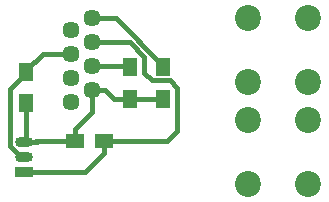
<source format=gbr>
G04 #@! TF.GenerationSoftware,KiCad,Pcbnew,(5.1.2)-2*
G04 #@! TF.CreationDate,2019-10-10T13:12:07+11:00*
G04 #@! TF.ProjectId,BoSL Probe,426f534c-2050-4726-9f62-652e6b696361,rev?*
G04 #@! TF.SameCoordinates,Original*
G04 #@! TF.FileFunction,Copper,L1,Top*
G04 #@! TF.FilePolarity,Positive*
%FSLAX46Y46*%
G04 Gerber Fmt 4.6, Leading zero omitted, Abs format (unit mm)*
G04 Created by KiCad (PCBNEW (5.1.2)-2) date 2019-10-10 13:12:07*
%MOMM*%
%LPD*%
G04 APERTURE LIST*
%ADD10R,1.500000X1.250000*%
%ADD11C,1.450000*%
%ADD12R,1.300000X1.500000*%
%ADD13R,1.500000X0.900000*%
%ADD14O,1.500000X0.900000*%
%ADD15C,2.200000*%
%ADD16C,0.400000*%
G04 APERTURE END LIST*
D10*
X109800000Y-103400000D03*
X107300000Y-103400000D03*
D11*
X108768000Y-99100000D03*
X108768000Y-97060000D03*
X108768000Y-95020000D03*
X108768000Y-92980000D03*
X106990000Y-100080000D03*
X106990000Y-93960000D03*
X106990000Y-98040000D03*
X106990000Y-96000000D03*
D12*
X114800000Y-97100000D03*
X114800000Y-99800000D03*
X112000000Y-97100000D03*
X112000000Y-99800000D03*
X103200000Y-97500000D03*
X103200000Y-100200000D03*
D13*
X103000000Y-106000000D03*
D14*
X103000000Y-103460000D03*
X103000000Y-104730000D03*
D15*
X122000000Y-107040000D03*
X127080000Y-107040000D03*
X122000000Y-101600000D03*
X127080000Y-101600000D03*
X127080000Y-92960000D03*
X122000000Y-92960000D03*
X127080000Y-98400000D03*
X122000000Y-98400000D03*
D16*
X104150000Y-106000000D02*
X103000000Y-106000000D01*
X108225000Y-106000000D02*
X104150000Y-106000000D01*
X109800000Y-104425000D02*
X108225000Y-106000000D01*
X109800000Y-103400000D02*
X109800000Y-104425000D01*
X113200000Y-96248542D02*
X111971458Y-95020000D01*
X111971458Y-95020000D02*
X108768000Y-95020000D01*
X113200000Y-97620002D02*
X113200000Y-96248542D01*
X116000000Y-102500000D02*
X116000000Y-98879998D01*
X109800000Y-103400000D02*
X115100000Y-103400000D01*
X116000000Y-98879998D02*
X115370003Y-98250001D01*
X115100000Y-103400000D02*
X116000000Y-102500000D01*
X115370003Y-98250001D02*
X113829999Y-98250001D01*
X113829999Y-98250001D02*
X113200000Y-97620002D01*
X108768000Y-99100000D02*
X108768000Y-100125304D01*
X104000000Y-103400000D02*
X103940000Y-103460000D01*
X107300000Y-103400000D02*
X104000000Y-103400000D01*
X104150000Y-103460000D02*
X103940000Y-103460000D01*
X103940000Y-103460000D02*
X103000000Y-103460000D01*
X108768000Y-100907000D02*
X108768000Y-100125304D01*
X107300000Y-102375000D02*
X108768000Y-100907000D01*
X107300000Y-103400000D02*
X107300000Y-102375000D01*
X112000000Y-99800000D02*
X110600000Y-99800000D01*
X109900000Y-99100000D02*
X108768000Y-99100000D01*
X110600000Y-99800000D02*
X109900000Y-99100000D01*
X103200000Y-103260000D02*
X103000000Y-103460000D01*
X103200000Y-100200000D02*
X103200000Y-103260000D01*
X114800000Y-99800000D02*
X112000000Y-99800000D01*
X111960000Y-97060000D02*
X112000000Y-97100000D01*
X108768000Y-97060000D02*
X111960000Y-97060000D01*
X103200000Y-97400000D02*
X103200000Y-97500000D01*
X104600000Y-96000000D02*
X103200000Y-97400000D01*
X106990000Y-96000000D02*
X104600000Y-96000000D01*
X103200000Y-97600000D02*
X103200000Y-97500000D01*
X101849990Y-98950010D02*
X103200000Y-97600000D01*
X101849990Y-103812085D02*
X101849990Y-98950010D01*
X102767905Y-104730000D02*
X101849990Y-103812085D01*
X103000000Y-104730000D02*
X102767905Y-104730000D01*
X109793304Y-92980000D02*
X108768000Y-92980000D01*
X110780000Y-92980000D02*
X109793304Y-92980000D01*
X114800000Y-97000000D02*
X110780000Y-92980000D01*
X114800000Y-97100000D02*
X114800000Y-97000000D01*
M02*

</source>
